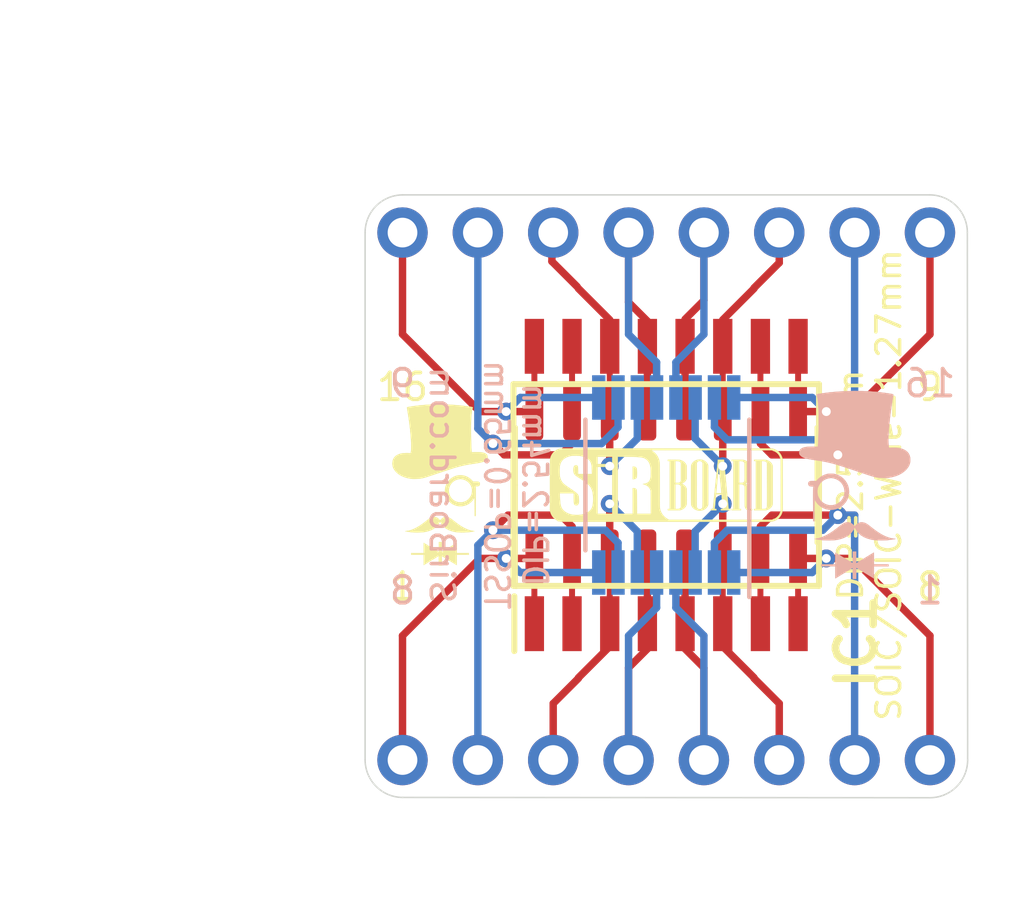
<source format=kicad_pcb>
(kicad_pcb (version 20221018) (generator pcbnew)
  (title_block (title "SOIC16 To DIP16 Breakout Board") (date "2020-02-13") (rev "2") (company "SirBoard") (comment 1 "SOIC16 P / SOIC-Wide-16 = 1.27mm") (comment 2 "TSSOP16 P = 0.65mm") (comment 3 "DIP16 P = 2.54mm"))
  (layers (0 "F.Cu" signal) (31 "B.Cu" signal) (34 "B.Paste" user) (35 "F.Paste" user) (36 "B.SilkS" user "B.Silkscreen") (37 "F.SilkS" user "F.Silkscreen") (38 "B.Mask" user) (39 "F.Mask" user) (44 "Edge.Cuts" user))
  (net 0 "")
  (net 1 "Net-(J1-Pad16)")
  (net 2 "Net-(J1-Pad15)")
  (net 3 "Net-(J1-Pad14)")
  (net 4 "Net-(J1-Pad13)")
  (net 5 "Net-(J1-Pad12)")
  (net 6 "Net-(J1-Pad11)")
  (net 7 "Net-(J1-Pad10)")
  (net 8 "Net-(J1-Pad9)")
  (net 9 "Net-(J1-Pad8)")
  (net 10 "Net-(J1-Pad7)")
  (net 11 "Net-(J1-Pad6)")
  (net 12 "Net-(J1-Pad5)")
  (net 13 "Net-(J1-Pad4)")
  (net 14 "Net-(J1-Pad3)")
  (net 15 "Net-(J1-Pad2)")
  (net 16 "Net-(J1-Pad1)")
  (footprint "Package_SO:SOIC-16_3.9x9.9mm_P1.27mm" (layer "F.Cu") (at 66.421 36.449 90)
    (fp_text reference "J1" hide)
    (fp_text value "Conn_02x08_Counter_Clockwise")
    (pad "1" smd roundrect (at -2.475 -4.445 90) (size 1.95 0.6) (layers "F.Cu" "F.Paste" "F.Mask") (net 16 "Net-(J1-Pad1)"))
    (pad "2" smd roundrect (at -2.475 -3.175 90) (size 1.95 0.6) (layers "F.Cu" "F.Paste" "F.Mask") (net 15 "Net-(J1-Pad2)"))
    (pad "3" smd roundrect (at -2.475 -1.905 90) (size 1.95 0.6) (layers "F.Cu" "F.Paste" "F.Mask") (net 14 "Net-(J1-Pad3)"))
    (pad "4" smd roundrect (at -2.475 -0.635 90) (size 1.95 0.6) (layers "F.Cu" "F.Paste" "F.Mask") (net 13 "Net-(J1-Pad4)"))
    (pad "5" smd roundrect (at -2.475 0.635 90) (size 1.95 0.6) (layers "F.Cu" "F.Paste" "F.Mask") (net 12 "Net-(J1-Pad5)"))
    (pad "6" smd roundrect (at -2.475 1.905 90) (size 1.95 0.6) (layers "F.Cu" "F.Paste" "F.Mask") (net 11 "Net-(J1-Pad6)"))
    (pad "7" smd roundrect (at -2.475 3.175 90) (size 1.95 0.6) (layers "F.Cu" "F.Paste" "F.Mask") (net 10 "Net-(J1-Pad7)"))
    (pad "8" smd roundrect (at -2.475 4.445 90) (size 1.95 0.6) (layers "F.Cu" "F.Paste" "F.Mask") (net 9 "Net-(J1-Pad8)"))
    (pad "9" smd roundrect (at 2.475 4.445 90) (size 1.95 0.6) (layers "F.Cu" "F.Paste" "F.Mask") (net 8 "Net-(J1-Pad9)"))
    (pad "10" smd roundrect (at 2.475 3.175 90) (size 1.95 0.6) (layers "F.Cu" "F.Paste" "F.Mask") (net 7 "Net-(J1-Pad10)"))
    (pad "11" smd roundrect (at 2.475 1.905 90) (size 1.95 0.6) (layers "F.Cu" "F.Paste" "F.Mask") (net 6 "Net-(J1-Pad11)"))
    (pad "12" smd roundrect (at 2.475 0.635 90) (size 1.95 0.6) (layers "F.Cu" "F.Paste" "F.Mask") (net 5 "Net-(J1-Pad12)"))
    (pad "13" smd roundrect (at 2.475 -0.635 90) (size 1.95 0.6) (layers "F.Cu" "F.Paste" "F.Mask") (net 4 "Net-(J1-Pad13)"))
    (pad "14" smd roundrect (at 2.475 -1.905 90) (size 1.95 0.6) (layers "F.Cu" "F.Paste" "F.Mask") (net 3 "Net-(J1-Pad14)"))
    (pad "15" smd roundrect (at 2.475 -3.175 90) (size 1.95 0.6) (layers "F.Cu" "F.Paste" "F.Mask") (net 2 "Net-(J1-Pad15)"))
    (pad "16" smd roundrect (at 2.475 -4.445 90) (size 1.95 0.6) (layers "F.Cu" "F.Paste" "F.Mask") (net 1 "Net-(J1-Pad16)"))
  )
  (footprint "Connector_PinHeader_2.54mm:PinHeader_1x08_P2.54mm_Vertical" (layer "F.Cu") (at 57.531 27.94 90)
    (fp_text reference "J2" hide)
    (fp_text value "Conn_01x08")
    (pad "1" thru_hole circle (at 0 0 90) (size 1.7 1.7) (drill 1) (layers "*.Cu" "*.Mask") (net 1 "Net-(J1-Pad16)"))
    (pad "2" thru_hole oval (at 0 2.54 90) (size 1.7 1.7) (drill 1) (layers "*.Cu" "*.Mask") (net 2 "Net-(J1-Pad15)"))
    (pad "3" thru_hole oval (at 0 5.08 90) (size 1.7 1.7) (drill 1) (layers "*.Cu" "*.Mask") (net 3 "Net-(J1-Pad14)"))
    (pad "4" thru_hole oval (at 0 7.62 90) (size 1.7 1.7) (drill 1) (layers "*.Cu" "*.Mask") (net 4 "Net-(J1-Pad13)"))
    (pad "5" thru_hole oval (at 0 10.16 90) (size 1.7 1.7) (drill 1) (layers "*.Cu" "*.Mask") (net 5 "Net-(J1-Pad12)"))
    (pad "6" thru_hole oval (at 0 12.7 90) (size 1.7 1.7) (drill 1) (layers "*.Cu" "*.Mask") (net 6 "Net-(J1-Pad11)"))
    (pad "7" thru_hole oval (at 0 15.24 90) (size 1.7 1.7) (drill 1) (layers "*.Cu" "*.Mask") (net 7 "Net-(J1-Pad10)"))
    (pad "8" thru_hole oval (at 0 17.78 90) (size 1.7 1.7) (drill 1) (layers "*.Cu" "*.Mask") (net 8 "Net-(J1-Pad9)"))
  )
  (footprint "Connector_PinHeader_2.54mm:PinHeader_1x08_P2.54mm_Vertical" (layer "F.Cu") (at 57.531 45.72 90)
    (fp_text reference "J3" hide)
    (fp_text value "Conn_01x08")
    (pad "1" thru_hole circle (at 0 0 90) (size 1.7 1.7) (drill 1) (layers "*.Cu" "*.Mask") (net 16 "Net-(J1-Pad1)"))
    (pad "2" thru_hole oval (at 0 2.54 90) (size 1.7 1.7) (drill 1) (layers "*.Cu" "*.Mask") (net 15 "Net-(J1-Pad2)"))
    (pad "3" thru_hole oval (at 0 5.08 90) (size 1.7 1.7) (drill 1) (layers "*.Cu" "*.Mask") (net 14 "Net-(J1-Pad3)"))
    (pad "4" thru_hole oval (at 0 7.62 90) (size 1.7 1.7) (drill 1) (layers "*.Cu" "*.Mask") (net 13 "Net-(J1-Pad4)"))
    (pad "5" thru_hole oval (at 0 10.16 90) (size 1.7 1.7) (drill 1) (layers "*.Cu" "*.Mask") (net 12 "Net-(J1-Pad5)"))
    (pad "6" thru_hole oval (at 0 12.7 90) (size 1.7 1.7) (drill 1) (layers "*.Cu" "*.Mask") (net 11 "Net-(J1-Pad6)"))
    (pad "7" thru_hole oval (at 0 15.24 90) (size 1.7 1.7) (drill 1) (layers "*.Cu" "*.Mask") (net 10 "Net-(J1-Pad7)"))
    (pad "8" thru_hole oval (at 0 17.78 90) (size 1.7 1.7) (drill 1) (layers "*.Cu" "*.Mask") (net 9 "Net-(J1-Pad8)"))
  )
  (footprint "logo:SirBoard79x25" (layer "F.Cu") (at 66.421 36.449)
    (fp_text reference "G***" hide)
    (fp_text value "LOGO" hide)
  )
  (footprint "logo:logo54x76" (layer "F.Cu") (at 58.801 36.449)
    (fp_text reference "G***" hide)
    (fp_text value "LOGO" hide)
  )
  (footprint "Kernelport:SOIC127P1030X265-16N" (layer "F.Cu") (at 66.421 36.449 90)
    (fp_text reference "IC1" (at -5.2753 6.4009 90) (layer "F.SilkS") (effects (font (size 1.27 1.27) (thickness 0.254))))
    (fp_text value "SI8622ED-B-ISR 5kV" hide)
    (pad "1" smd rect (at -4.675 -4.445 180) (size 0.65 1.85) (layers "F.Cu" "F.Paste" "F.Mask"))
    (pad "2" smd rect (at -4.675 -3.175 180) (size 0.65 1.85) (layers "F.Cu" "F.Paste" "F.Mask"))
    (pad "3" smd rect (at -4.675 -1.905 180) (size 0.65 1.85) (layers "F.Cu" "F.Paste" "F.Mask"))
    (pad "4" smd rect (at -4.675 -0.635 180) (size 0.65 1.85) (layers "F.Cu" "F.Paste" "F.Mask"))
    (pad "5" smd rect (at -4.675 0.635 180) (size 0.65 1.85) (layers "F.Cu" "F.Paste" "F.Mask"))
    (pad "6" smd rect (at -4.675 1.905 180) (size 0.65 1.85) (layers "F.Cu" "F.Paste" "F.Mask"))
    (pad "7" smd rect (at -4.675 3.175 180) (size 0.65 1.85) (layers "F.Cu" "F.Paste" "F.Mask"))
    (pad "8" smd rect (at -4.675 4.445 180) (size 0.65 1.85) (layers "F.Cu" "F.Paste" "F.Mask"))
    (pad "9" smd rect (at 4.675 4.445 180) (size 0.65 1.85) (layers "F.Cu" "F.Paste" "F.Mask"))
    (pad "10" smd rect (at 4.675 3.175 180) (size 0.65 1.85) (layers "F.Cu" "F.Paste" "F.Mask"))
    (pad "11" smd rect (at 4.675 1.905 180) (size 0.65 1.85) (layers "F.Cu" "F.Paste" "F.Mask"))
    (pad "12" smd rect (at 4.675 0.635 180) (size 0.65 1.85) (layers "F.Cu" "F.Paste" "F.Mask"))
    (pad "13" smd rect (at 4.675 -0.635 180) (size 0.65 1.85) (layers "F.Cu" "F.Paste" "F.Mask"))
    (pad "14" smd rect (at 4.675 -1.905 180) (size 0.65 1.85) (layers "F.Cu" "F.Paste" "F.Mask"))
    (pad "15" smd rect (at 4.675 -3.175 180) (size 0.65 1.85) (layers "F.Cu" "F.Paste" "F.Mask"))
    (pad "16" smd rect (at 4.675 -4.445 180) (size 0.65 1.85) (layers "F.Cu" "F.Paste" "F.Mask"))
  )
  (footprint "Package_SO:TSSOP-16_4.4x5mm_P0.65mm" (layer "B.Cu") (at 66.421 36.449 90)
    (fp_text reference "REF**" hide)
    (fp_text value "TSSOP-16_4.4x5mm_P0.65mm")
    (pad "1" smd rect (at -2.95 2.275 90) (size 1.5 0.45) (layers "B.Cu" "B.Paste" "B.Mask") (net 9 "Net-(J1-Pad8)"))
    (pad "2" smd rect (at -2.95 1.625 90) (size 1.5 0.45) (layers "B.Cu" "B.Paste" "B.Mask") (net 10 "Net-(J1-Pad7)"))
    (pad "3" smd rect (at -2.95 0.975 90) (size 1.5 0.45) (layers "B.Cu" "B.Paste" "B.Mask") (net 11 "Net-(J1-Pad6)"))
    (pad "4" smd rect (at -2.95 0.325 90) (size 1.5 0.45) (layers "B.Cu" "B.Paste" "B.Mask") (net 12 "Net-(J1-Pad5)"))
    (pad "5" smd rect (at -2.95 -0.325 90) (size 1.5 0.45) (layers "B.Cu" "B.Paste" "B.Mask") (net 13 "Net-(J1-Pad4)"))
    (pad "6" smd rect (at -2.95 -0.975 90) (size 1.5 0.45) (layers "B.Cu" "B.Paste" "B.Mask") (net 14 "Net-(J1-Pad3)"))
    (pad "7" smd rect (at -2.95 -1.625 90) (size 1.5 0.45) (layers "B.Cu" "B.Paste" "B.Mask") (net 15 "Net-(J1-Pad2)"))
    (pad "8" smd rect (at -2.95 -2.275 90) (size 1.5 0.45) (layers "B.Cu" "B.Paste" "B.Mask") (net 16 "Net-(J1-Pad1)"))
    (pad "9" smd rect (at 2.95 -2.275 90) (size 1.5 0.45) (layers "B.Cu" "B.Paste" "B.Mask") (net 1 "Net-(J1-Pad16)"))
    (pad "10" smd rect (at 2.95 -1.625 90) (size 1.5 0.45) (layers "B.Cu" "B.Paste" "B.Mask") (net 2 "Net-(J1-Pad15)"))
    (pad "11" smd rect (at 2.95 -0.975 90) (size 1.5 0.45) (layers "B.Cu" "B.Paste" "B.Mask") (net 3 "Net-(J1-Pad14)"))
    (pad "12" smd rect (at 2.95 -0.325 90) (size 1.5 0.45) (layers "B.Cu" "B.Paste" "B.Mask") (net 4 "Net-(J1-Pad13)"))
    (pad "13" smd rect (at 2.95 0.325 90) (size 1.5 0.45) (layers "B.Cu" "B.Paste" "B.Mask") (net 5 "Net-(J1-Pad12)"))
    (pad "14" smd rect (at 2.95 0.975 90) (size 1.5 0.45) (layers "B.Cu" "B.Paste" "B.Mask") (net 6 "Net-(J1-Pad11)"))
    (pad "15" smd rect (at 2.95 1.625 90) (size 1.5 0.45) (layers "B.Cu" "B.Paste" "B.Mask") (net 7 "Net-(J1-Pad10)"))
    (pad "16" smd rect (at 2.95 2.275 90) (size 1.5 0.45) (layers "B.Cu" "B.Paste" "B.Mask") (net 8 "Net-(J1-Pad9)"))
  )
  (footprint "logo:logo63x89" (layer "B.Cu") (at 72.771 36.449 180)
    (fp_text reference "G***" hide)
    (fp_text value "LOGO" hide)
  )
  (gr_line (start 68.326 41.021) (end 68.326 39.243) (stroke (width 0.2)) (layer "F.Cu"))
  (gr_line (start 69.596 40.894) (end 69.596 39.497) (stroke (width 0.2)) (layer "F.Cu"))
  (gr_line (start 61.976 32.004) (end 61.976 33.655) (stroke (width 0.2)) (layer "F.Cu"))
  (gr_line (start 63.246 40.64) (end 63.246 39.37) (stroke (width 0.2)) (layer "F.Cu"))
  (gr_line (start 68.326 32.512) (end 68.326 33.401) (stroke (width 0.2)) (layer "F.Cu"))
  (gr_line (start 61.976 39.243) (end 61.976 40.513) (stroke (width 0.2)) (layer "F.Cu"))
  (gr_line (start 64.516 32.131) (end 64.516 33.401) (stroke (width 0.2)) (layer "F.Cu"))
  (gr_line (start 64.516 40.767) (end 64.516 39.37) (stroke (width 0.2)) (layer "F.Cu"))
  (gr_line (start 70.866 40.64) (end 70.866 39.497) (stroke (width 0.2)) (layer "F.Cu"))
  (gr_line (start 69.596 32.512) (end 69.596 33.274) (stroke (width 0.2)) (layer "F.Cu"))
  (gr_line (start 70.866 32.131) (end 70.866 33.274) (stroke (width 0.2)) (layer "F.Cu"))
  (gr_line (start 63.246 32.004) (end 63.246 33.782) (stroke (width 0.2)) (layer "F.Cu"))
  (gr_arc (start 56.270026 27.94) (mid 56.642 27.041974) (end 57.540026 26.67) (stroke (width 0.05)) (layer "Edge.Cuts"))
  (gr_line (start 76.571974 27.94) (end 76.581 45.72) (stroke (width 0.05)) (layer "Edge.Cuts"))
  (gr_arc (start 75.301974 26.67) (mid 76.2 27.041974) (end 76.571974 27.94) (stroke (width 0.05)) (layer "Edge.Cuts"))
  (gr_line (start 57.540026 26.67) (end 75.301974 26.67) (stroke (width 0.05)) (layer "Edge.Cuts"))
  (gr_line (start 56.270026 27.94) (end 56.270026 45.710974) (stroke (width 0.05)) (layer "Edge.Cuts"))
  (gr_arc (start 57.540026 46.980974) (mid 56.642 46.609) (end 56.270026 45.710974) (stroke (width 0.05)) (layer "Edge.Cuts"))
  (gr_arc (start 76.581 45.72) (mid 76.209026 46.618026) (end 75.311 46.99) (stroke (width 0.05)) (layer "Edge.Cuts"))
  (gr_line (start 75.311 46.99) (end 57.540026 46.980974) (stroke (width 0.05)) (layer "Edge.Cuts"))
  (gr_text "16" (at 75.311 33.02) (layer "B.SilkS") (effects (font (size 0.9 0.9) (thickness 0.13)) (justify mirror)))
  (gr_text "9" (at 57.531 33.02) (layer "B.SilkS") (effects (font (size 0.9 0.9) (thickness 0.13)) (justify mirror)))
  (gr_text "8" (at 57.531 40.005) (layer "B.SilkS") (effects (font (size 0.9 0.9) (thickness 0.13)) (justify mirror)))
  (gr_text "DIP=2.54mm\nTSSOP=0.65mm" (at 61.341 36.449 270) (layer "B.SilkS") (effects (font (size 0.8 0.7) (thickness 0.12)) (justify mirror)))
  (gr_text "SirBoard.com" (at 58.8645 36.449 270) (layer "B.SilkS") (effects (font (size 0.8 0.8) (thickness 0.12)) (justify mirror)))
  (gr_text "1" (at 75.311 40.005) (layer "B.SilkS") (effects (font (size 0.9 0.9) (thickness 0.13)) (justify mirror)))
  (gr_text "DIP=2.54mm\nSOIC/SOIC-Wide=1.27mm" (at 73.279 36.449 90) (layer "F.SilkS") (effects (font (size 0.8 0.8) (thickness 0.12))))
  (gr_text "9" (at 75.311 33.147) (layer "F.SilkS") (effects (font (size 0.9 0.9) (thickness 0.13))))
  (gr_text "8" (at 75.311 39.878) (layer "F.SilkS") (effects (font (size 0.9 0.9) (thickness 0.13))))
  (gr_text "16\n" (at 57.531 33.147) (layer "F.SilkS") (effects (font (size 0.9 0.9) (thickness 0.13))))
  (gr_text "1" (at 57.531 39.878) (layer "F.SilkS") (effects (font (size 0.9 0.9) (thickness 0.13))))
  (segment (start 61.025 33.974) (end 60.136 33.974) (width 0.25) (layer "F.Cu") (net 1))
  (segment (start 61.976 33.974) (end 61.025 33.974) (width 0.25) (layer "F.Cu") (net 1))
  (segment (start 57.531 31.369) (end 57.531 27.94) (width 0.25) (layer "F.Cu") (net 1))
  (segment (start 60.136 33.974) (end 57.531 31.369) (width 0.25) (layer "F.Cu") (net 1))
  (via (at 61.025 33.974) (size 0.6) (drill 0.3) (layers "F.Cu" "B.Cu") (net 1))
  (segment (start 61.025 33.974) (end 61.025 33.974) (width 0.25) (layer "B.Cu") (net 1))
  (segment (start 61.5 33.499) (end 61.025 33.974) (width 0.25) (layer "B.Cu") (net 1))
  (segment (start 64.146 33.499) (end 61.5 33.499) (width 0.25) (layer "B.Cu") (net 1))
  (segment (start 60.96 35.433) (end 60.579 35.052) (width 0.25) (layer "F.Cu") (net 2))
  (segment (start 62.862 35.433) (end 60.96 35.433) (width 0.25) (layer "F.Cu") (net 2))
  (segment (start 63.246 33.974) (end 63.246 35.049) (width 0.25) (layer "F.Cu") (net 2))
  (segment (start 63.246 35.049) (end 62.862 35.433) (width 0.25) (layer "F.Cu") (net 2))
  (via (at 60.579 35.052) (size 0.6) (drill 0.3) (layers "F.Cu" "B.Cu") (net 2))
  (segment (start 64.796 34.499) (end 64.796 33.499) (width 0.25) (layer "B.Cu") (net 2))
  (segment (start 64.243 35.052) (end 64.796 34.499) (width 0.25) (layer "B.Cu") (net 2))
  (segment (start 60.579 35.052) (end 64.243 35.052) (width 0.25) (layer "B.Cu") (net 2))
  (segment (start 60.579 35.052) (end 60.071 34.544) (width 0.25) (layer "B.Cu") (net 2))
  (segment (start 60.071 34.544) (end 60.071 27.94) (width 0.25) (layer "B.Cu") (net 2))
  (segment (start 64.516 30.8805) (end 63.460999 29.825499) (width 0.25) (layer "F.Cu") (net 3))
  (segment (start 63.416999 29.761999) (end 62.567 28.912) (width 0.25) (layer "F.Cu") (net 3))
  (segment (start 64.516 35.814) (end 64.516 33.974) (width 0.25) (layer "F.Cu") (net 3))
  (segment (start 62.567 27.984) (end 62.611 27.94) (width 0.25) (layer "F.Cu") (net 3))
  (segment (start 62.567 28.912) (end 62.567 27.984) (width 0.25) (layer "F.Cu") (net 3))
  (segment (start 64.516 33.974) (end 64.516 33.274) (width 0.25) (layer "F.Cu") (net 3))
  (via (at 64.516 35.814) (size 0.6) (drill 0.3) (layers "F.Cu" "B.Cu") (net 3))
  (segment (start 64.516 35.814) (end 64.516 35.814) (width 0.25) (layer "B.Cu") (net 3))
  (segment (start 65.446 33.499) (end 65.446 34.884) (width 0.25) (layer "B.Cu") (net 3))
  (segment (start 65.446 34.884) (end 64.516 35.814) (width 0.25) (layer "B.Cu") (net 3))
  (segment (start 65.151 30.2895) (end 65.151 27.94) (width 0.25) (layer "F.Cu") (net 4))
  (segment (start 65.786 30.9245) (end 65.151 30.2895) (width 0.25) (layer "F.Cu") (net 4))
  (segment (start 65.786 33.974) (end 65.786 32.004) (width 0.25) (layer "F.Cu") (net 4))
  (segment (start 66.096 33.499) (end 66.096 32.314) (width 0.25) (layer "B.Cu") (net 4))
  (segment (start 66.096 32.314) (end 65.151 31.369) (width 0.25) (layer "B.Cu") (net 4))
  (segment (start 65.151 31.369) (end 65.151 27.94) (width 0.25) (layer "B.Cu") (net 4))
  (segment (start 67.056 30.861) (end 67.691 30.226) (width 0.25) (layer "F.Cu") (net 5))
  (segment (start 67.056 33.974) (end 67.056 32.004) (width 0.25) (layer "F.Cu") (net 5))
  (segment (start 67.691 30.226) (end 67.691 27.94) (width 0.25) (layer "F.Cu") (net 5))
  (segment (start 67.691 31.369) (end 67.691 27.94) (width 0.25) (layer "B.Cu") (net 5))
  (segment (start 66.746 33.499) (end 66.746 32.314) (width 0.25) (layer "B.Cu") (net 5))
  (segment (start 66.746 32.314) (end 67.691 31.369) (width 0.25) (layer "B.Cu") (net 5))
  (segment (start 70.231 28.956) (end 70.231 27.94) (width 0.25) (layer "F.Cu") (net 6))
  (segment (start 68.326 33.974) (end 68.326 33.274) (width 0.25) (layer "F.Cu") (net 6))
  (segment (start 68.326 30.8805) (end 69.381001 29.825499) (width 0.25) (layer "F.Cu") (net 6))
  (segment (start 69.381001 29.805999) (end 70.231 28.956) (width 0.25) (layer "F.Cu") (net 6))
  (segment (start 68.326 35.814) (end 68.326 33.974) (width 0.25) (layer "F.Cu") (net 6))
  (via (at 68.326 35.814) (size 0.6) (drill 0.3) (layers "F.Cu" "B.Cu") (net 6))
  (segment (start 68.326 35.814) (end 68.326 35.814) (width 0.25) (layer "B.Cu") (net 6))
  (segment (start 67.396 33.499) (end 67.396 34.884) (width 0.25) (layer "B.Cu") (net 6))
  (segment (start 67.396 34.884) (end 68.326 35.814) (width 0.25) (layer "B.Cu") (net 6))
  (segment (start 69.98 35.433) (end 72.205319 35.433) (width 0.25) (layer "F.Cu") (net 7))
  (segment (start 69.596 35.049) (end 69.98 35.433) (width 0.25) (layer "F.Cu") (net 7))
  (segment (start 72.205319 35.433) (end 72.771004 35.433) (width 0.25) (layer "F.Cu") (net 7))
  (segment (start 69.596 33.974) (end 69.596 35.049) (width 0.25) (layer "F.Cu") (net 7))
  (via (at 72.205319 35.433) (size 0.6) (drill 0.3) (layers "F.Cu" "B.Cu") (net 7))
  (segment (start 72.771004 35.433) (end 72.771 35.432996) (width 0.25) (layer "B.Cu") (net 7))
  (segment (start 72.771 35.432996) (end 72.771 27.94) (width 0.25) (layer "B.Cu") (net 7))
  (segment (start 68.046 33.499) (end 68.046 34.499) (width 0.25) (layer "B.Cu") (net 7))
  (segment (start 72.205319 35.433) (end 72.771004 35.433) (width 0.25) (layer "B.Cu") (net 7))
  (segment (start 72.205319 35.433) (end 72.205319 35.433) (width 0.25) (layer "B.Cu") (net 7))
  (segment (start 71.697319 34.925) (end 72.205319 35.433) (width 0.25) (layer "B.Cu") (net 7))
  (segment (start 68.472 34.925) (end 71.697319 34.925) (width 0.25) (layer "B.Cu") (net 7))
  (segment (start 68.046 34.499) (end 68.472 34.925) (width 0.25) (layer "B.Cu") (net 7))
  (segment (start 75.311 31.369) (end 75.311 27.94) (width 0.25) (layer "F.Cu") (net 8))
  (segment (start 70.866 33.974) (end 71.817 33.974) (width 0.25) (layer "F.Cu") (net 8))
  (segment (start 72.706 33.974) (end 75.311 31.369) (width 0.25) (layer "F.Cu") (net 8))
  (segment (start 71.817 33.974) (end 72.706 33.974) (width 0.25) (layer "F.Cu") (net 8))
  (via (at 71.817 33.974) (size 0.6) (drill 0.3) (layers "F.Cu" "B.Cu") (net 8))
  (segment (start 71.817 33.974) (end 71.817 33.974) (width 0.25) (layer "B.Cu") (net 8))
  (segment (start 71.342 33.499) (end 71.817 33.974) (width 0.25) (layer "B.Cu") (net 8))
  (segment (start 68.696 33.499) (end 71.342 33.499) (width 0.25) (layer "B.Cu") (net 8))
  (segment (start 72.706 38.924) (end 75.311 41.529) (width 0.25) (layer "F.Cu") (net 9))
  (segment (start 70.866 38.924) (end 71.817 38.924) (width 0.25) (layer "F.Cu") (net 9))
  (segment (start 71.817 38.924) (end 72.706 38.924) (width 0.25) (layer "F.Cu") (net 9))
  (segment (start 75.311 41.529) (end 75.311 45.72) (width 0.25) (layer "F.Cu") (net 9))
  (via (at 71.817 38.924) (size 0.6) (drill 0.3) (layers "F.Cu" "B.Cu") (net 9))
  (segment (start 68.696 39.399) (end 71.342 39.399) (width 0.25) (layer "B.Cu") (net 9))
  (segment (start 71.342 39.399) (end 71.817 38.924) (width 0.25) (layer "B.Cu") (net 9))
  (segment (start 71.817 38.924) (end 71.817 38.924) (width 0.25) (layer "B.Cu") (net 9))
  (segment (start 72.205315 37.465) (end 72.771 37.465) (width 0.25) (layer "F.Cu") (net 10))
  (segment (start 69.98 37.465) (end 72.205315 37.465) (width 0.25) (layer "F.Cu") (net 10))
  (segment (start 69.596 37.849) (end 69.98 37.465) (width 0.25) (layer "F.Cu") (net 10))
  (segment (start 69.596 38.924) (end 69.596 37.849) (width 0.25) (layer "F.Cu") (net 10))
  (via (at 72.205315 37.465) (size 0.6) (drill 0.3) (layers "F.Cu" "B.Cu") (net 10))
  (segment (start 72.205315 37.465) (end 72.205315 37.465) (width 0.25) (layer "B.Cu") (net 10))
  (segment (start 72.771 37.465) (end 72.771 45.72) (width 0.25) (layer "B.Cu") (net 10))
  (segment (start 71.697315 37.973) (end 72.205315 37.465) (width 0.25) (layer "B.Cu") (net 10))
  (segment (start 68.472 37.973) (end 71.697315 37.973) (width 0.25) (layer "B.Cu") (net 10))
  (segment (start 72.205315 37.465) (end 72.771 37.465) (width 0.25) (layer "B.Cu") (net 10))
  (segment (start 68.046 39.399) (end 68.046 38.399) (width 0.25) (layer "B.Cu") (net 10))
  (segment (start 68.046 38.399) (end 68.472 37.973) (width 0.25) (layer "B.Cu") (net 10))
  (segment (start 69.381001 42.965001) (end 70.231 43.815) (width 0.25) (layer "F.Cu") (net 11))
  (segment (start 68.326 38.924) (end 68.326 39.624) (width 0.25) (layer "F.Cu") (net 11))
  (segment (start 68.326 41.890499) (end 69.381001 42.9455) (width 0.25) (layer "F.Cu") (net 11))
  (segment (start 70.231 43.815) (end 70.231 45.72) (width 0.25) (layer "F.Cu") (net 11))
  (segment (start 68.326 37.084) (end 68.326 38.924) (width 0.25) (layer "F.Cu") (net 11))
  (via (at 68.326 37.084) (size 0.6) (drill 0.3) (layers "F.Cu" "B.Cu") (net 11))
  (segment (start 68.326 37.084) (end 68.326 37.084) (width 0.25) (layer "B.Cu") (net 11))
  (segment (start 67.396 39.399) (end 67.396 38.014) (width 0.25) (layer "B.Cu") (net 11))
  (segment (start 67.396 38.014) (end 68.326 37.084) (width 0.25) (layer "B.Cu") (net 11))
  (segment (start 67.056 38.924) (end 67.056 40.894) (width 0.25) (layer "F.Cu") (net 12))
  (segment (start 67.056 41.9735) (end 67.691 42.6085) (width 0.25) (layer "F.Cu") (net 12))
  (segment (start 67.691 42.6085) (end 67.691 45.72) (width 0.25) (layer "F.Cu") (net 12))
  (segment (start 66.746 39.399) (end 66.746 40.584) (width 0.25) (layer "B.Cu") (net 12))
  (segment (start 66.746 40.584) (end 67.691 41.529) (width 0.25) (layer "B.Cu") (net 12))
  (segment (start 67.691 41.529) (end 67.691 45.72) (width 0.25) (layer "B.Cu") (net 12))
  (segment (start 65.786 41.9735) (end 65.151 42.6085) (width 0.25) (layer "F.Cu") (net 13))
  (segment (start 65.786 38.924) (end 65.786 40.894) (width 0.25) (layer "F.Cu") (net 13))
  (segment (start 65.151 42.6085) (end 65.151 45.72) (width 0.25) (layer "F.Cu") (net 13))
  (segment (start 66.096 40.584) (end 65.151 41.529) (width 0.25) (layer "B.Cu") (net 13))
  (segment (start 66.096 39.399) (end 66.096 40.584) (width 0.25) (layer "B.Cu") (net 13))
  (segment (start 65.151 41.529) (end 65.151 45.72) (width 0.25) (layer "B.Cu") (net 13))
  (segment (start 63.460999 42.965001) (end 62.611 43.815) (width 0.25) (layer "F.Cu") (net 14))
  (segment (start 64.516 38.924) (end 64.516 39.624) (width 0.25) (layer "F.Cu") (net 14))
  (segment (start 64.516 41.890499) (end 63.460999 42.9455) (width 0.25) (layer "F.Cu") (net 14))
  (segment (start 62.611 43.815) (end 62.611 45.72) (width 0.25) (layer "F.Cu") (net 14))
  (segment (start 64.516 37.084) (end 64.516 38.924) (width 0.25) (layer "F.Cu") (net 14))
  (via (at 64.516 37.084) (size 0.6) (drill 0.3) (layers "F.Cu" "B.Cu") (net 14))
  (segment (start 64.516 37.084) (end 64.516 37.084) (width 0.25) (layer "B.Cu") (net 14))
  (segment (start 65.446 38.014) (end 64.516 37.084) (width 0.25) (layer "B.Cu") (net 14))
  (segment (start 65.446 39.399) (end 65.446 38.014) (width 0.25) (layer "B.Cu") (net 14))
  (segment (start 63.246 37.849) (end 62.862 37.465) (width 0.25) (layer "F.Cu") (net 15))
  (segment (start 61.087 37.465) (end 60.579 37.973) (width 0.25) (layer "F.Cu") (net 15))
  (segment (start 62.862 37.465) (end 61.087 37.465) (width 0.25) (layer "F.Cu") (net 15))
  (segment (start 63.246 38.924) (end 63.246 37.849) (width 0.25) (layer "F.Cu") (net 15))
  (via (at 60.579 37.973) (size 0.6) (drill 0.3) (layers "F.Cu" "B.Cu") (net 15))
  (segment (start 60.579 37.973) (end 60.071 38.481) (width 0.25) (layer "B.Cu") (net 15))
  (segment (start 64.796 38.399) (end 64.796 39.399) (width 0.25) (layer "B.Cu") (net 15))
  (segment (start 64.37 37.973) (end 64.796 38.399) (width 0.25) (layer "B.Cu") (net 15))
  (segment (start 60.071 38.481) (end 60.071 45.72) (width 0.25) (layer "B.Cu") (net 15))
  (segment (start 60.579 37.973) (end 64.37 37.973) (width 0.25) (layer "B.Cu") (net 15))
  (segment (start 60.136 38.924) (end 57.531 41.529) (width 0.25) (layer "F.Cu") (net 16))
  (segment (start 61.976 38.924) (end 61.025 38.924) (width 0.25) (layer "F.Cu") (net 16))
  (segment (start 61.025 38.924) (end 60.136 38.924) (width 0.25) (layer "F.Cu") (net 16))
  (segment (start 57.531 41.529) (end 57.531 45.72) (width 0.25) (layer "F.Cu") (net 16))
  (via (at 61.025 38.924) (size 0.6) (drill 0.3) (layers "F.Cu" "B.Cu") (net 16))
  (segment (start 61.5 39.399) (end 61.025 38.924) (width 0.25) (layer "B.Cu") (net 16))
  (segment (start 64.146 39.399) (end 61.5 39.399) (width 0.25) (layer "B.Cu") (net 16))
  (segment (start 61.025 38.924) (end 61.025 38.924) (width 0.25) (layer "B.Cu") (net 16))
)
</source>
